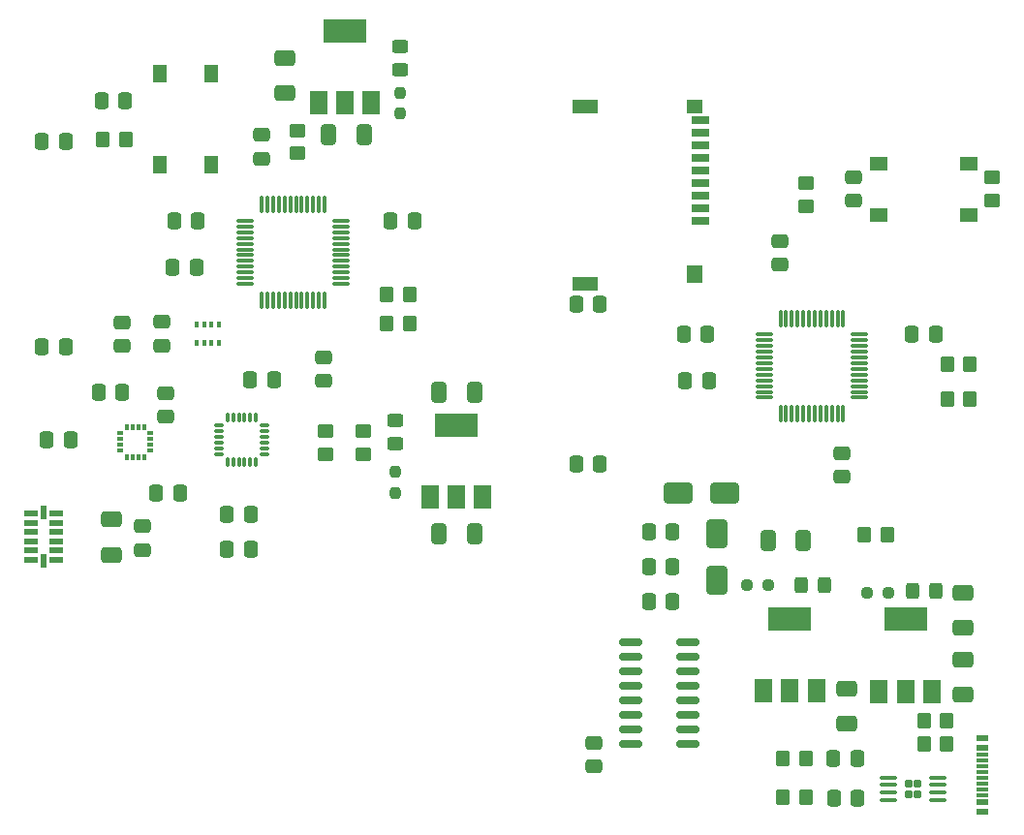
<source format=gtp>
%TF.GenerationSoftware,KiCad,Pcbnew,(7.0.0)*%
%TF.CreationDate,2024-03-11T20:32:41+02:00*%
%TF.ProjectId,quadraptor,71756164-7261-4707-946f-722e6b696361,rev?*%
%TF.SameCoordinates,Original*%
%TF.FileFunction,Paste,Top*%
%TF.FilePolarity,Positive*%
%FSLAX46Y46*%
G04 Gerber Fmt 4.6, Leading zero omitted, Abs format (unit mm)*
G04 Created by KiCad (PCBNEW (7.0.0)) date 2024-03-11 20:32:41*
%MOMM*%
%LPD*%
G01*
G04 APERTURE LIST*
G04 Aperture macros list*
%AMRoundRect*
0 Rectangle with rounded corners*
0 $1 Rounding radius*
0 $2 $3 $4 $5 $6 $7 $8 $9 X,Y pos of 4 corners*
0 Add a 4 corners polygon primitive as box body*
4,1,4,$2,$3,$4,$5,$6,$7,$8,$9,$2,$3,0*
0 Add four circle primitives for the rounded corners*
1,1,$1+$1,$2,$3*
1,1,$1+$1,$4,$5*
1,1,$1+$1,$6,$7*
1,1,$1+$1,$8,$9*
0 Add four rect primitives between the rounded corners*
20,1,$1+$1,$2,$3,$4,$5,0*
20,1,$1+$1,$4,$5,$6,$7,0*
20,1,$1+$1,$6,$7,$8,$9,0*
20,1,$1+$1,$8,$9,$2,$3,0*%
G04 Aperture macros list end*
%ADD10RoundRect,0.170000X0.170000X0.210000X-0.170000X0.210000X-0.170000X-0.210000X0.170000X-0.210000X0*%
%ADD11RoundRect,0.100000X0.625000X0.100000X-0.625000X0.100000X-0.625000X-0.100000X0.625000X-0.100000X0*%
%ADD12RoundRect,0.250000X-0.650000X1.000000X-0.650000X-1.000000X0.650000X-1.000000X0.650000X1.000000X0*%
%ADD13RoundRect,0.250000X-1.000000X-0.650000X1.000000X-0.650000X1.000000X0.650000X-1.000000X0.650000X0*%
%ADD14R,1.140000X0.600000*%
%ADD15R,1.140000X0.300000*%
%ADD16RoundRect,0.075000X-0.350000X-0.075000X0.350000X-0.075000X0.350000X0.075000X-0.350000X0.075000X0*%
%ADD17RoundRect,0.075000X0.075000X-0.350000X0.075000X0.350000X-0.075000X0.350000X-0.075000X-0.350000X0*%
%ADD18RoundRect,0.250000X0.475000X-0.337500X0.475000X0.337500X-0.475000X0.337500X-0.475000X-0.337500X0*%
%ADD19RoundRect,0.250000X-0.475000X0.337500X-0.475000X-0.337500X0.475000X-0.337500X0.475000X0.337500X0*%
%ADD20RoundRect,0.250000X-0.450000X0.350000X-0.450000X-0.350000X0.450000X-0.350000X0.450000X0.350000X0*%
%ADD21RoundRect,0.250000X0.337500X0.475000X-0.337500X0.475000X-0.337500X-0.475000X0.337500X-0.475000X0*%
%ADD22RoundRect,0.075000X-0.662500X-0.075000X0.662500X-0.075000X0.662500X0.075000X-0.662500X0.075000X0*%
%ADD23RoundRect,0.075000X-0.075000X-0.662500X0.075000X-0.662500X0.075000X0.662500X-0.075000X0.662500X0*%
%ADD24RoundRect,0.250000X0.450000X-0.350000X0.450000X0.350000X-0.450000X0.350000X-0.450000X-0.350000X0*%
%ADD25RoundRect,0.250000X-0.350000X-0.450000X0.350000X-0.450000X0.350000X0.450000X-0.350000X0.450000X0*%
%ADD26RoundRect,0.250000X-0.337500X-0.475000X0.337500X-0.475000X0.337500X0.475000X-0.337500X0.475000X0*%
%ADD27RoundRect,0.250000X0.350000X0.450000X-0.350000X0.450000X-0.350000X-0.450000X0.350000X-0.450000X0*%
%ADD28RoundRect,0.250000X0.412500X0.650000X-0.412500X0.650000X-0.412500X-0.650000X0.412500X-0.650000X0*%
%ADD29R,1.145000X0.550000*%
%ADD30R,0.550000X1.145000*%
%ADD31RoundRect,0.237500X0.237500X-0.250000X0.237500X0.250000X-0.237500X0.250000X-0.237500X-0.250000X0*%
%ADD32RoundRect,0.250000X0.450000X-0.325000X0.450000X0.325000X-0.450000X0.325000X-0.450000X-0.325000X0*%
%ADD33RoundRect,0.250000X-0.650000X0.412500X-0.650000X-0.412500X0.650000X-0.412500X0.650000X0.412500X0*%
%ADD34R,1.600000X0.700000*%
%ADD35R,2.200000X1.200000*%
%ADD36R,1.400000X1.600000*%
%ADD37R,1.400000X1.200000*%
%ADD38R,1.500000X2.000000*%
%ADD39R,3.800000X2.000000*%
%ADD40RoundRect,0.237500X-0.250000X-0.237500X0.250000X-0.237500X0.250000X0.237500X-0.250000X0.237500X0*%
%ADD41RoundRect,0.250000X-0.325000X-0.450000X0.325000X-0.450000X0.325000X0.450000X-0.325000X0.450000X0*%
%ADD42R,1.550000X1.300000*%
%ADD43R,0.350000X0.500000*%
%ADD44RoundRect,0.150000X-0.850000X-0.150000X0.850000X-0.150000X0.850000X0.150000X-0.850000X0.150000X0*%
%ADD45R,0.550000X0.300000*%
%ADD46R,0.300000X0.550000*%
%ADD47R,1.300000X1.550000*%
G04 APERTURE END LIST*
D10*
%TO.C,U14*%
X148336000Y-133096000D03*
X148336000Y-132156000D03*
X147496000Y-133096000D03*
X147496000Y-132156000D03*
D11*
X150066000Y-133601000D03*
X150066000Y-132951000D03*
X150066000Y-132301000D03*
X150066000Y-131651000D03*
X145766000Y-131651000D03*
X145766000Y-132301000D03*
X145766000Y-132951000D03*
X145766000Y-133601000D03*
%TD*%
D12*
%TO.C,D6*%
X130810000Y-110395000D03*
X130810000Y-114395000D03*
%TD*%
D13*
%TO.C,D5*%
X127413000Y-106807000D03*
X131413000Y-106807000D03*
%TD*%
D14*
%TO.C,J26*%
X153999999Y-134644999D03*
X153999999Y-133844999D03*
D15*
X153999999Y-131694999D03*
X153999999Y-132194999D03*
X153999999Y-132694999D03*
X153999999Y-133194999D03*
X153999999Y-131194999D03*
X153999999Y-130694999D03*
X153999999Y-130194999D03*
X153999999Y-129694999D03*
D14*
X153999999Y-129044999D03*
X153999999Y-128244999D03*
%TD*%
D16*
%TO.C,U10*%
X87288972Y-100872000D03*
X87288972Y-101372000D03*
X87288972Y-101872000D03*
X87288972Y-102372000D03*
X87288972Y-102872000D03*
X87288972Y-103372000D03*
D17*
X87988972Y-104072000D03*
X88488972Y-104072000D03*
X88988972Y-104072000D03*
X89488972Y-104072000D03*
X89988972Y-104072000D03*
X90488972Y-104072000D03*
D16*
X91188972Y-103372000D03*
X91188972Y-102872000D03*
X91188972Y-102372000D03*
X91188972Y-101872000D03*
X91188972Y-101372000D03*
X91188972Y-100872000D03*
D17*
X90488972Y-100172000D03*
X89988972Y-100172000D03*
X89488972Y-100172000D03*
X88988972Y-100172000D03*
X88488972Y-100172000D03*
X87988972Y-100172000D03*
%TD*%
D18*
%TO.C,C23*%
X90967222Y-77550750D03*
X90967222Y-75475750D03*
%TD*%
D19*
%TO.C,C21*%
X96428222Y-94906750D03*
X96428222Y-96981750D03*
%TD*%
D20*
%TO.C,R15*%
X154813000Y-79229750D03*
X154813000Y-81229750D03*
%TD*%
D21*
%TO.C,C39*%
X143061000Y-133459250D03*
X140986000Y-133459250D03*
%TD*%
D22*
%TO.C,U1*%
X89570222Y-83006250D03*
X89570222Y-83506250D03*
X89570222Y-84006250D03*
X89570222Y-84506250D03*
X89570222Y-85006250D03*
X89570222Y-85506250D03*
X89570222Y-86006250D03*
X89570222Y-86506250D03*
X89570222Y-87006250D03*
X89570222Y-87506250D03*
X89570222Y-88006250D03*
X89570222Y-88506250D03*
D23*
X90982722Y-89918750D03*
X91482722Y-89918750D03*
X91982722Y-89918750D03*
X92482722Y-89918750D03*
X92982722Y-89918750D03*
X93482722Y-89918750D03*
X93982722Y-89918750D03*
X94482722Y-89918750D03*
X94982722Y-89918750D03*
X95482722Y-89918750D03*
X95982722Y-89918750D03*
X96482722Y-89918750D03*
D22*
X97895222Y-88506250D03*
X97895222Y-88006250D03*
X97895222Y-87506250D03*
X97895222Y-87006250D03*
X97895222Y-86506250D03*
X97895222Y-86006250D03*
X97895222Y-85506250D03*
X97895222Y-85006250D03*
X97895222Y-84506250D03*
X97895222Y-84006250D03*
X97895222Y-83506250D03*
X97895222Y-83006250D03*
D23*
X96482722Y-81593750D03*
X95982722Y-81593750D03*
X95482722Y-81593750D03*
X94982722Y-81593750D03*
X94482722Y-81593750D03*
X93982722Y-81593750D03*
X93482722Y-81593750D03*
X92982722Y-81593750D03*
X92482722Y-81593750D03*
X91982722Y-81593750D03*
X91482722Y-81593750D03*
X90982722Y-81593750D03*
%TD*%
D24*
%TO.C,R19*%
X138557000Y-81716250D03*
X138557000Y-79716250D03*
%TD*%
D25*
%TO.C,R12*%
X136557000Y-129992250D03*
X138557000Y-129992250D03*
%TD*%
D26*
%TO.C,C37*%
X124819500Y-116238250D03*
X126894500Y-116238250D03*
%TD*%
D27*
%TO.C,R7*%
X150860000Y-126661250D03*
X148860000Y-126661250D03*
%TD*%
D26*
%TO.C,C3*%
X89959472Y-96871000D03*
X92034472Y-96871000D03*
%TD*%
D28*
%TO.C,C29*%
X109563222Y-110332250D03*
X106438222Y-110332250D03*
%TD*%
D27*
%TO.C,R13*%
X145653000Y-110434250D03*
X143653000Y-110434250D03*
%TD*%
D29*
%TO.C,U3*%
X73014721Y-112614749D03*
X73014721Y-111814749D03*
X73014721Y-111014749D03*
X73014721Y-110214749D03*
X73014721Y-109414749D03*
X73014721Y-108614749D03*
D30*
X71917221Y-108517249D03*
D29*
X70819721Y-108614749D03*
X70819721Y-109414749D03*
X70819721Y-110214749D03*
X70819721Y-111014749D03*
X70819721Y-111814749D03*
X70819721Y-112614749D03*
D30*
X71917221Y-112712249D03*
%TD*%
D21*
%TO.C,C16*%
X74266472Y-102133000D03*
X72191472Y-102133000D03*
%TD*%
%TO.C,C6*%
X83841500Y-106777000D03*
X81766500Y-106777000D03*
%TD*%
D31*
%TO.C,R5*%
X102666722Y-106799750D03*
X102666722Y-104974750D03*
%TD*%
D32*
%TO.C,D3*%
X103079472Y-69803250D03*
X103079472Y-67753250D03*
%TD*%
D26*
%TO.C,C2*%
X71796722Y-93973750D03*
X73871722Y-93973750D03*
%TD*%
D33*
%TO.C,C13*%
X77886222Y-109052250D03*
X77886222Y-112177250D03*
%TD*%
D34*
%TO.C,J4*%
X129321854Y-83042281D03*
X129321854Y-81942281D03*
X129321854Y-80842281D03*
X129321854Y-79742281D03*
X129321854Y-78642281D03*
X129321854Y-77542281D03*
X129321854Y-76442281D03*
X129321854Y-75342281D03*
X129321854Y-74242281D03*
D35*
X119221854Y-88542281D03*
D36*
X128821854Y-87642281D03*
D35*
X119221854Y-73042281D03*
D37*
X128821854Y-73042281D03*
%TD*%
D18*
%TO.C,C12*%
X82293222Y-93912250D03*
X82293222Y-91837250D03*
%TD*%
D19*
%TO.C,C38*%
X120015000Y-128629500D03*
X120015000Y-130704500D03*
%TD*%
D38*
%TO.C,U9*%
X95953471Y-72690249D03*
X98253471Y-72690249D03*
D39*
X98253471Y-66390249D03*
D38*
X100553471Y-72690249D03*
%TD*%
D25*
%TO.C,R4*%
X101905222Y-92007250D03*
X103905222Y-92007250D03*
%TD*%
D26*
%TO.C,C8*%
X87948972Y-111692000D03*
X90023972Y-111692000D03*
%TD*%
D40*
%TO.C,R8*%
X143920750Y-115515250D03*
X145745750Y-115515250D03*
%TD*%
D24*
%TO.C,R18*%
X94122222Y-77094250D03*
X94122222Y-75094250D03*
%TD*%
D21*
%TO.C,C14*%
X78816972Y-97976250D03*
X76741972Y-97976250D03*
%TD*%
%TO.C,C4*%
X79066222Y-72486250D03*
X76991222Y-72486250D03*
%TD*%
D27*
%TO.C,R9*%
X152892000Y-98623250D03*
X150892000Y-98623250D03*
%TD*%
D26*
%TO.C,C27*%
X118469500Y-90297000D03*
X120544500Y-90297000D03*
%TD*%
D24*
%TO.C,R1*%
X96555222Y-103405250D03*
X96555222Y-101405250D03*
%TD*%
D33*
%TO.C,C31*%
X152273000Y-115475750D03*
X152273000Y-118600750D03*
%TD*%
D26*
%TO.C,C22*%
X102264222Y-82990250D03*
X104339222Y-82990250D03*
%TD*%
D41*
%TO.C,D4*%
X138120000Y-114853250D03*
X140170000Y-114853250D03*
%TD*%
%TO.C,D2*%
X147863250Y-115388250D03*
X149913250Y-115388250D03*
%TD*%
D42*
%TO.C,SW2*%
X144868999Y-77979749D03*
X152818999Y-77979749D03*
X144868999Y-82479749D03*
X152818999Y-82479749D03*
%TD*%
D18*
%TO.C,C24*%
X142748000Y-81267250D03*
X142748000Y-79192250D03*
%TD*%
D43*
%TO.C,U4*%
X85293221Y-92096249D03*
X85943221Y-92096249D03*
X86593221Y-92096249D03*
X87243221Y-92096249D03*
X87243221Y-93696249D03*
X86593221Y-93696249D03*
X85943221Y-93696249D03*
X85293221Y-93696249D03*
%TD*%
D21*
%TO.C,C1*%
X85400722Y-82990250D03*
X83325722Y-82990250D03*
%TD*%
D26*
%TO.C,C44*%
X147806500Y-92908250D03*
X149881500Y-92908250D03*
%TD*%
D18*
%TO.C,C15*%
X82626972Y-100122500D03*
X82626972Y-98047500D03*
%TD*%
D26*
%TO.C,C36*%
X124819500Y-113228250D03*
X126894500Y-113228250D03*
%TD*%
D33*
%TO.C,C32*%
X142113000Y-123857750D03*
X142113000Y-126982750D03*
%TD*%
D21*
%TO.C,C47*%
X130069500Y-96972250D03*
X127994500Y-96972250D03*
%TD*%
D31*
%TO.C,R16*%
X103079472Y-73627750D03*
X103079472Y-71802750D03*
%TD*%
D33*
%TO.C,C42*%
X93046472Y-68739750D03*
X93046472Y-71864750D03*
%TD*%
D19*
%TO.C,C10*%
X80553222Y-109704250D03*
X80553222Y-111779250D03*
%TD*%
D26*
%TO.C,C34*%
X124819500Y-110218250D03*
X126894500Y-110218250D03*
%TD*%
%TO.C,C5*%
X71796722Y-76066750D03*
X73871722Y-76066750D03*
%TD*%
D38*
%TO.C,U11*%
X134859999Y-124100249D03*
X137159999Y-124100249D03*
D39*
X137159999Y-117800249D03*
D38*
X139459999Y-124100249D03*
%TD*%
D18*
%TO.C,C11*%
X78775222Y-93933750D03*
X78775222Y-91858750D03*
%TD*%
D28*
%TO.C,C9*%
X109563222Y-98013250D03*
X106438222Y-98013250D03*
%TD*%
D24*
%TO.C,R2*%
X99857222Y-103405250D03*
X99857222Y-101405250D03*
%TD*%
D38*
%TO.C,U7*%
X105700721Y-107132249D03*
X108000721Y-107132249D03*
D39*
X108000721Y-100832249D03*
D38*
X110300721Y-107132249D03*
%TD*%
D28*
%TO.C,C41*%
X99942972Y-75509250D03*
X96817972Y-75509250D03*
%TD*%
D33*
%TO.C,C30*%
X152273000Y-121317750D03*
X152273000Y-124442750D03*
%TD*%
D38*
%TO.C,U12*%
X144948999Y-124126249D03*
X147248999Y-124126249D03*
D39*
X147248999Y-117826249D03*
D38*
X149548999Y-124126249D03*
%TD*%
D22*
%TO.C,U2*%
X134902500Y-92952250D03*
X134902500Y-93452250D03*
X134902500Y-93952250D03*
X134902500Y-94452250D03*
X134902500Y-94952250D03*
X134902500Y-95452250D03*
X134902500Y-95952250D03*
X134902500Y-96452250D03*
X134902500Y-96952250D03*
X134902500Y-97452250D03*
X134902500Y-97952250D03*
X134902500Y-98452250D03*
D23*
X136315000Y-99864750D03*
X136815000Y-99864750D03*
X137315000Y-99864750D03*
X137815000Y-99864750D03*
X138315000Y-99864750D03*
X138815000Y-99864750D03*
X139315000Y-99864750D03*
X139815000Y-99864750D03*
X140315000Y-99864750D03*
X140815000Y-99864750D03*
X141315000Y-99864750D03*
X141815000Y-99864750D03*
D22*
X143227500Y-98452250D03*
X143227500Y-97952250D03*
X143227500Y-97452250D03*
X143227500Y-96952250D03*
X143227500Y-96452250D03*
X143227500Y-95952250D03*
X143227500Y-95452250D03*
X143227500Y-94952250D03*
X143227500Y-94452250D03*
X143227500Y-93952250D03*
X143227500Y-93452250D03*
X143227500Y-92952250D03*
D23*
X141815000Y-91539750D03*
X141315000Y-91539750D03*
X140815000Y-91539750D03*
X140315000Y-91539750D03*
X139815000Y-91539750D03*
X139315000Y-91539750D03*
X138815000Y-91539750D03*
X138315000Y-91539750D03*
X137815000Y-91539750D03*
X137315000Y-91539750D03*
X136815000Y-91539750D03*
X136315000Y-91539750D03*
%TD*%
D44*
%TO.C,U8*%
X123230000Y-119832250D03*
X123230000Y-121102250D03*
X123230000Y-122372250D03*
X123230000Y-123642250D03*
X123230000Y-124912250D03*
X123230000Y-126182250D03*
X123230000Y-127452250D03*
X123230000Y-128722250D03*
X128230000Y-128722250D03*
X128230000Y-127452250D03*
X128230000Y-126182250D03*
X128230000Y-124912250D03*
X128230000Y-123642250D03*
X128230000Y-122372250D03*
X128230000Y-121102250D03*
X128230000Y-119832250D03*
%TD*%
D45*
%TO.C,U6*%
X81272971Y-103081999D03*
X81272971Y-102581999D03*
X81272971Y-102081999D03*
X81272971Y-101581999D03*
D46*
X80697971Y-101006999D03*
X80197971Y-101006999D03*
X79697971Y-101006999D03*
X79197971Y-101006999D03*
D45*
X78622971Y-101581999D03*
X78622971Y-102081999D03*
X78622971Y-102581999D03*
X78622971Y-103081999D03*
D46*
X79197971Y-103656999D03*
X79697971Y-103656999D03*
X80197971Y-103656999D03*
X80697971Y-103656999D03*
%TD*%
D25*
%TO.C,R14*%
X77119722Y-75877250D03*
X79119722Y-75877250D03*
%TD*%
D19*
%TO.C,C43*%
X141732000Y-103300750D03*
X141732000Y-105375750D03*
%TD*%
D26*
%TO.C,C46*%
X127867500Y-92908250D03*
X129942500Y-92908250D03*
%TD*%
D32*
%TO.C,D1*%
X102666722Y-102467250D03*
X102666722Y-100417250D03*
%TD*%
D27*
%TO.C,R6*%
X150860000Y-128722250D03*
X148860000Y-128722250D03*
%TD*%
%TO.C,R3*%
X103905222Y-89467250D03*
X101905222Y-89467250D03*
%TD*%
D26*
%TO.C,C7*%
X87948972Y-108682000D03*
X90023972Y-108682000D03*
%TD*%
D25*
%TO.C,R11*%
X136541000Y-133421250D03*
X138541000Y-133421250D03*
%TD*%
D19*
%TO.C,C45*%
X136271000Y-84758750D03*
X136271000Y-86833750D03*
%TD*%
D47*
%TO.C,SW1*%
X82081971Y-78084999D03*
X82081971Y-70134999D03*
X86581971Y-78084999D03*
X86581971Y-70134999D03*
%TD*%
D28*
%TO.C,C33*%
X138341500Y-110942250D03*
X135216500Y-110942250D03*
%TD*%
D40*
%TO.C,R17*%
X133430000Y-114854250D03*
X135255000Y-114854250D03*
%TD*%
D21*
%TO.C,C25*%
X85273722Y-87054250D03*
X83198722Y-87054250D03*
%TD*%
D26*
%TO.C,C28*%
X118469500Y-104267000D03*
X120544500Y-104267000D03*
%TD*%
D21*
%TO.C,C40*%
X143039500Y-129992250D03*
X140964500Y-129992250D03*
%TD*%
D27*
%TO.C,R10*%
X152892000Y-95575250D03*
X150892000Y-95575250D03*
%TD*%
M02*

</source>
